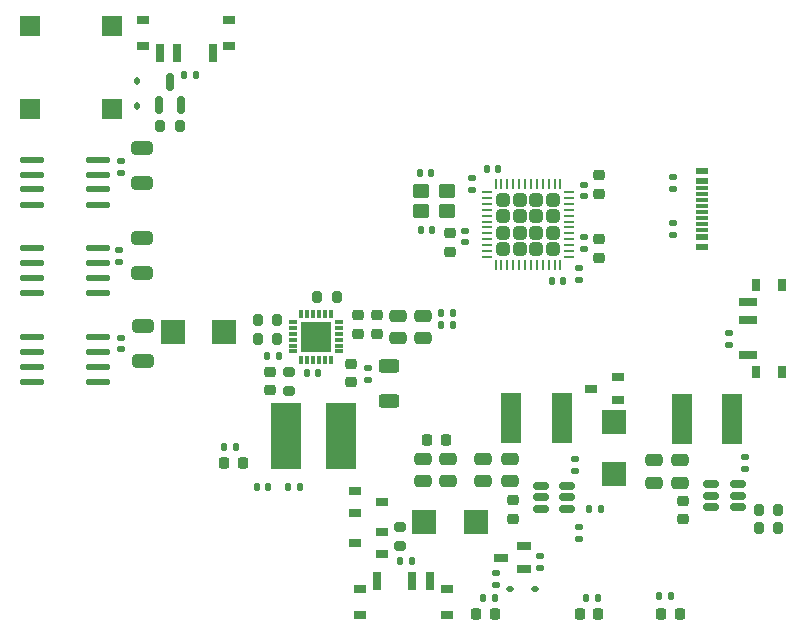
<source format=gbr>
%TF.GenerationSoftware,KiCad,Pcbnew,9.0.2*%
%TF.CreationDate,2025-12-02T02:07:46-05:00*%
%TF.ProjectId,VolleyBot,566f6c6c-6579-4426-9f74-2e6b69636164,rev?*%
%TF.SameCoordinates,Original*%
%TF.FileFunction,Paste,Top*%
%TF.FilePolarity,Positive*%
%FSLAX46Y46*%
G04 Gerber Fmt 4.6, Leading zero omitted, Abs format (unit mm)*
G04 Created by KiCad (PCBNEW 9.0.2) date 2025-12-02 02:07:46*
%MOMM*%
%LPD*%
G01*
G04 APERTURE LIST*
G04 Aperture macros list*
%AMRoundRect*
0 Rectangle with rounded corners*
0 $1 Rounding radius*
0 $2 $3 $4 $5 $6 $7 $8 $9 X,Y pos of 4 corners*
0 Add a 4 corners polygon primitive as box body*
4,1,4,$2,$3,$4,$5,$6,$7,$8,$9,$2,$3,0*
0 Add four circle primitives for the rounded corners*
1,1,$1+$1,$2,$3*
1,1,$1+$1,$4,$5*
1,1,$1+$1,$6,$7*
1,1,$1+$1,$8,$9*
0 Add four rect primitives between the rounded corners*
20,1,$1+$1,$2,$3,$4,$5,0*
20,1,$1+$1,$4,$5,$6,$7,0*
20,1,$1+$1,$6,$7,$8,$9,0*
20,1,$1+$1,$8,$9,$2,$3,0*%
G04 Aperture macros list end*
%ADD10RoundRect,0.200000X0.200000X0.275000X-0.200000X0.275000X-0.200000X-0.275000X0.200000X-0.275000X0*%
%ADD11RoundRect,0.250000X-0.650000X0.325000X-0.650000X-0.325000X0.650000X-0.325000X0.650000X0.325000X0*%
%ADD12O,2.050000X0.590000*%
%ADD13RoundRect,0.140000X-0.170000X0.140000X-0.170000X-0.140000X0.170000X-0.140000X0.170000X0.140000X0*%
%ADD14RoundRect,0.250000X-0.475000X0.250000X-0.475000X-0.250000X0.475000X-0.250000X0.475000X0.250000X0*%
%ADD15RoundRect,0.135000X-0.135000X-0.185000X0.135000X-0.185000X0.135000X0.185000X-0.135000X0.185000X0*%
%ADD16RoundRect,0.150000X-0.512500X-0.150000X0.512500X-0.150000X0.512500X0.150000X-0.512500X0.150000X0*%
%ADD17RoundRect,0.135000X0.135000X0.185000X-0.135000X0.185000X-0.135000X-0.185000X0.135000X-0.185000X0*%
%ADD18RoundRect,0.250000X0.475000X-0.250000X0.475000X0.250000X-0.475000X0.250000X-0.475000X-0.250000X0*%
%ADD19RoundRect,0.225000X0.250000X-0.225000X0.250000X0.225000X-0.250000X0.225000X-0.250000X-0.225000X0*%
%ADD20RoundRect,0.250000X-0.315000X-0.315000X0.315000X-0.315000X0.315000X0.315000X-0.315000X0.315000X0*%
%ADD21RoundRect,0.062500X-0.375000X-0.062500X0.375000X-0.062500X0.375000X0.062500X-0.375000X0.062500X0*%
%ADD22RoundRect,0.062500X-0.062500X-0.375000X0.062500X-0.375000X0.062500X0.375000X-0.062500X0.375000X0*%
%ADD23R,2.500000X5.700000*%
%ADD24RoundRect,0.200000X-0.200000X-0.275000X0.200000X-0.275000X0.200000X0.275000X-0.200000X0.275000X0*%
%ADD25R,1.800000X4.200000*%
%ADD26RoundRect,0.135000X-0.185000X0.135000X-0.185000X-0.135000X0.185000X-0.135000X0.185000X0.135000X0*%
%ADD27RoundRect,0.140000X0.170000X-0.140000X0.170000X0.140000X-0.170000X0.140000X-0.170000X-0.140000X0*%
%ADD28RoundRect,0.250000X-0.625000X0.312500X-0.625000X-0.312500X0.625000X-0.312500X0.625000X0.312500X0*%
%ADD29RoundRect,0.250000X0.450000X0.350000X-0.450000X0.350000X-0.450000X-0.350000X0.450000X-0.350000X0*%
%ADD30RoundRect,0.225000X-0.250000X0.225000X-0.250000X-0.225000X0.250000X-0.225000X0.250000X0.225000X0*%
%ADD31RoundRect,0.218750X0.218750X0.256250X-0.218750X0.256250X-0.218750X-0.256250X0.218750X-0.256250X0*%
%ADD32R,0.800000X1.000000*%
%ADD33R,1.500000X0.700000*%
%ADD34R,2.000000X2.000000*%
%ADD35RoundRect,0.135000X0.185000X-0.135000X0.185000X0.135000X-0.185000X0.135000X-0.185000X-0.135000X0*%
%ADD36R,1.250000X0.700000*%
%ADD37RoundRect,0.112500X-0.187500X-0.112500X0.187500X-0.112500X0.187500X0.112500X-0.187500X0.112500X0*%
%ADD38RoundRect,0.140000X-0.140000X-0.170000X0.140000X-0.170000X0.140000X0.170000X-0.140000X0.170000X0*%
%ADD39R,1.000000X0.800000*%
%ADD40RoundRect,0.140000X0.140000X0.170000X-0.140000X0.170000X-0.140000X-0.170000X0.140000X-0.170000X0*%
%ADD41RoundRect,0.200000X-0.275000X0.200000X-0.275000X-0.200000X0.275000X-0.200000X0.275000X0.200000X0*%
%ADD42RoundRect,0.150000X0.150000X-0.587500X0.150000X0.587500X-0.150000X0.587500X-0.150000X-0.587500X0*%
%ADD43RoundRect,0.200000X0.275000X-0.200000X0.275000X0.200000X-0.275000X0.200000X-0.275000X-0.200000X0*%
%ADD44RoundRect,0.218750X-0.256250X0.218750X-0.256250X-0.218750X0.256250X-0.218750X0.256250X0.218750X0*%
%ADD45R,0.700000X1.500000*%
%ADD46R,0.300000X0.700000*%
%ADD47R,0.700000X0.300000*%
%ADD48R,2.600000X2.600000*%
%ADD49RoundRect,0.218750X-0.218750X-0.256250X0.218750X-0.256250X0.218750X0.256250X-0.218750X0.256250X0*%
%ADD50RoundRect,0.112500X0.112500X-0.187500X0.112500X0.187500X-0.112500X0.187500X-0.112500X-0.187500X0*%
%ADD51R,1.100000X0.550000*%
%ADD52R,1.100000X0.300000*%
%ADD53R,1.800000X1.800000*%
G04 APERTURE END LIST*
D10*
%TO.C,R10*%
X152500000Y-108000000D03*
X150850000Y-108000000D03*
%TD*%
D11*
%TO.C,C36*%
X98600000Y-75850000D03*
X98600000Y-78800000D03*
%TD*%
%TO.C,C19*%
X98700000Y-90925000D03*
X98700000Y-93875000D03*
%TD*%
%TO.C,C16*%
X98600000Y-83450000D03*
X98600000Y-86400000D03*
%TD*%
D12*
%TO.C,U8*%
X94870000Y-95610000D03*
X94870000Y-94330000D03*
X94870000Y-93070000D03*
X94870000Y-91800000D03*
X89330000Y-91800000D03*
X89330000Y-93070000D03*
X89330000Y-94330000D03*
X89330000Y-95610000D03*
%TD*%
%TO.C,U3*%
X94870000Y-80610000D03*
X94870000Y-79330000D03*
X94870000Y-78070000D03*
X94870000Y-76800000D03*
X89330000Y-76800000D03*
X89330000Y-78070000D03*
X89330000Y-79330000D03*
X89330000Y-80610000D03*
%TD*%
%TO.C,U2*%
X94870000Y-88110000D03*
X94870000Y-86830000D03*
X94870000Y-85570000D03*
X94870000Y-84300000D03*
X89330000Y-84300000D03*
X89330000Y-85570000D03*
X89330000Y-86830000D03*
X89330000Y-88110000D03*
%TD*%
D13*
%TO.C,C37*%
X96800000Y-76940000D03*
X96800000Y-77900000D03*
%TD*%
D14*
%TO.C,C15*%
X127500000Y-102150000D03*
X127500000Y-104050000D03*
%TD*%
%TO.C,C25*%
X144200000Y-102250000D03*
X144200000Y-104150000D03*
%TD*%
D15*
%TO.C,R26*%
X109230000Y-93422500D03*
X110250000Y-93422500D03*
%TD*%
D16*
%TO.C,U4*%
X132362500Y-104450000D03*
X132362500Y-105400000D03*
X132362500Y-106350000D03*
X134637500Y-106350000D03*
X134637500Y-105400000D03*
X134637500Y-104450000D03*
%TD*%
D17*
%TO.C,R9*%
X137520000Y-106400000D03*
X136500000Y-106400000D03*
%TD*%
D18*
%TO.C,C30*%
X122400000Y-91947500D03*
X122400000Y-90047500D03*
%TD*%
D10*
%TO.C,R18*%
X115125000Y-88460000D03*
X113475000Y-88460000D03*
%TD*%
D14*
%TO.C,C14*%
X129750000Y-102150000D03*
X129750000Y-104050000D03*
%TD*%
D19*
%TO.C,C23*%
X144450000Y-107250000D03*
X144450000Y-105700000D03*
%TD*%
D20*
%TO.C,U1*%
X129200000Y-80200000D03*
X129200000Y-81600000D03*
X129200000Y-83000000D03*
X129200000Y-84400000D03*
X130600000Y-80200000D03*
X130600000Y-81600000D03*
X130600000Y-83000000D03*
X130600000Y-84400000D03*
X132000000Y-80200000D03*
X132000000Y-81600000D03*
X132000000Y-83000000D03*
X132000000Y-84400000D03*
X133400000Y-80200000D03*
X133400000Y-81600000D03*
X133400000Y-83000000D03*
X133400000Y-84400000D03*
D21*
X127862500Y-79550000D03*
X127862500Y-80050000D03*
X127862500Y-80550000D03*
X127862500Y-81050000D03*
X127862500Y-81550000D03*
X127862500Y-82050000D03*
X127862500Y-82550000D03*
X127862500Y-83050000D03*
X127862500Y-83550000D03*
X127862500Y-84050000D03*
X127862500Y-84550000D03*
X127862500Y-85050000D03*
D22*
X128550000Y-85737500D03*
X129050000Y-85737500D03*
X129550000Y-85737500D03*
X130050000Y-85737500D03*
X130550000Y-85737500D03*
X131050000Y-85737500D03*
X131550000Y-85737500D03*
X132050000Y-85737500D03*
X132550000Y-85737500D03*
X133050000Y-85737500D03*
X133550000Y-85737500D03*
X134050000Y-85737500D03*
D21*
X134737500Y-85050000D03*
X134737500Y-84550000D03*
X134737500Y-84050000D03*
X134737500Y-83550000D03*
X134737500Y-83050000D03*
X134737500Y-82550000D03*
X134737500Y-82050000D03*
X134737500Y-81550000D03*
X134737500Y-81050000D03*
X134737500Y-80550000D03*
X134737500Y-80050000D03*
X134737500Y-79550000D03*
D22*
X134050000Y-78862500D03*
X133550000Y-78862500D03*
X133050000Y-78862500D03*
X132550000Y-78862500D03*
X132050000Y-78862500D03*
X131550000Y-78862500D03*
X131050000Y-78862500D03*
X130550000Y-78862500D03*
X130050000Y-78862500D03*
X129550000Y-78862500D03*
X129050000Y-78862500D03*
X128550000Y-78862500D03*
%TD*%
D23*
%TO.C,L4*%
X110800000Y-100210000D03*
X115500000Y-100190000D03*
%TD*%
D24*
%TO.C,R16*%
X108400000Y-92022500D03*
X110050000Y-92022500D03*
%TD*%
D25*
%TO.C,L1*%
X134150000Y-98650000D03*
X129850000Y-98650000D03*
%TD*%
D14*
%TO.C,C7*%
X122450000Y-102150000D03*
X122450000Y-104050000D03*
%TD*%
D13*
%TO.C,C2*%
X135600000Y-86000000D03*
X135600000Y-86960000D03*
%TD*%
D14*
%TO.C,C26*%
X141950000Y-102250000D03*
X141950000Y-104150000D03*
%TD*%
D26*
%TO.C,R14*%
X117750000Y-94427500D03*
X117750000Y-95447500D03*
%TD*%
D13*
%TO.C,C4*%
X136000000Y-78940000D03*
X136000000Y-79900000D03*
%TD*%
D19*
%TO.C,C12*%
X130000000Y-107200000D03*
X130000000Y-105650000D03*
%TD*%
D27*
%TO.C,C5*%
X126000000Y-83790000D03*
X126000000Y-82830000D03*
%TD*%
D28*
%TO.C,R19*%
X119550000Y-94300000D03*
X119550000Y-97225000D03*
%TD*%
D29*
%TO.C,Y1*%
X124400000Y-79472000D03*
X122200000Y-79472000D03*
X122200000Y-81172000D03*
X124400000Y-81172000D03*
%TD*%
D27*
%TO.C,C22*%
X126598586Y-79350000D03*
X126598586Y-78390000D03*
%TD*%
D30*
%TO.C,C33*%
X109475000Y-94800000D03*
X109475000Y-96350000D03*
%TD*%
D31*
%TO.C,D2*%
X137252500Y-115240000D03*
X135677500Y-115240000D03*
%TD*%
D32*
%TO.C,SW2*%
X150600000Y-94750000D03*
X152810000Y-94750000D03*
X150600000Y-87450000D03*
X152810000Y-87450000D03*
D33*
X149950000Y-93350000D03*
X149950000Y-90350000D03*
X149950000Y-88850000D03*
%TD*%
D14*
%TO.C,C8*%
X124550000Y-102150000D03*
X124550000Y-104050000D03*
%TD*%
D34*
%TO.C,D1*%
X138550000Y-99025000D03*
X138550000Y-103425000D03*
%TD*%
D27*
%TO.C,C24*%
X149700000Y-102960000D03*
X149700000Y-102000000D03*
%TD*%
D35*
%TO.C,R8*%
X135575000Y-108925000D03*
X135575000Y-107905000D03*
%TD*%
D36*
%TO.C,Q3*%
X131000000Y-111450000D03*
X131000000Y-109550000D03*
X129000000Y-110500000D03*
%TD*%
D34*
%TO.C,D12*%
X126900000Y-107450000D03*
X122500000Y-107450000D03*
%TD*%
D37*
%TO.C,D8*%
X129800000Y-113200000D03*
X131900000Y-113200000D03*
%TD*%
D15*
%TO.C,R5*%
X123905000Y-90825000D03*
X124925000Y-90825000D03*
%TD*%
D35*
%TO.C,R2*%
X143600000Y-79300000D03*
X143600000Y-78280000D03*
%TD*%
D38*
%TO.C,C11*%
X133340000Y-87100000D03*
X134300000Y-87100000D03*
%TD*%
D39*
%TO.C,Q1*%
X138950000Y-97150000D03*
X138950000Y-95250000D03*
X136650000Y-96200000D03*
%TD*%
D38*
%TO.C,C10*%
X122240000Y-82800000D03*
X123200000Y-82800000D03*
%TD*%
%TO.C,C3*%
X127828798Y-77606497D03*
X128788798Y-77606497D03*
%TD*%
D18*
%TO.C,C29*%
X120300000Y-91947500D03*
X120300000Y-90047500D03*
%TD*%
D40*
%TO.C,C35*%
X111980000Y-104500000D03*
X111020000Y-104500000D03*
%TD*%
D17*
%TO.C,R6*%
X124925000Y-89775000D03*
X123905000Y-89775000D03*
%TD*%
D15*
%TO.C,R13*%
X142377500Y-113751000D03*
X143397500Y-113751000D03*
%TD*%
D17*
%TO.C,R27*%
X137227500Y-113890000D03*
X136207500Y-113890000D03*
%TD*%
D41*
%TO.C,R7*%
X111075000Y-94750000D03*
X111075000Y-96400000D03*
%TD*%
D17*
%TO.C,R15*%
X128520000Y-113900000D03*
X127500000Y-113900000D03*
%TD*%
D15*
%TO.C,R1*%
X102190000Y-69625000D03*
X103210000Y-69625000D03*
%TD*%
D13*
%TO.C,C18*%
X96800000Y-91900000D03*
X96800000Y-92860000D03*
%TD*%
D42*
%TO.C,Q4*%
X100025000Y-72150000D03*
X101925000Y-72150000D03*
X100975000Y-70275000D03*
%TD*%
D43*
%TO.C,R25*%
X120500000Y-109525000D03*
X120500000Y-107875000D03*
%TD*%
D38*
%TO.C,C34*%
X108340000Y-104500000D03*
X109300000Y-104500000D03*
%TD*%
D44*
%TO.C,D3*%
X137300000Y-83537500D03*
X137300000Y-85112500D03*
%TD*%
D31*
%TO.C,FB1*%
X124337500Y-100550000D03*
X122762500Y-100550000D03*
%TD*%
D40*
%TO.C,C9*%
X123080000Y-77972000D03*
X122120000Y-77972000D03*
%TD*%
D31*
%TO.C,D4*%
X144175000Y-115251000D03*
X142600000Y-115251000D03*
%TD*%
D24*
%TO.C,R17*%
X108400000Y-90422500D03*
X110050000Y-90422500D03*
%TD*%
D39*
%TO.C,SW3*%
X117100000Y-113150000D03*
X117100000Y-115360000D03*
X124400000Y-113150000D03*
X124400000Y-115360000D03*
D45*
X118500000Y-112500000D03*
X121500000Y-112500000D03*
X123000000Y-112500000D03*
%TD*%
D17*
%TO.C,R21*%
X121510000Y-110800000D03*
X120490000Y-110800000D03*
%TD*%
D34*
%TO.C,D10*%
X101200000Y-91400000D03*
X105600000Y-91400000D03*
%TD*%
D24*
%TO.C,R22*%
X100150000Y-73975000D03*
X101800000Y-73975000D03*
%TD*%
D46*
%TO.C,U7*%
X114600000Y-89860000D03*
X114100000Y-89860000D03*
X113600000Y-89860000D03*
X113100000Y-89860000D03*
X112600000Y-89860000D03*
X112100000Y-89860000D03*
D47*
X111400000Y-90550000D03*
X111400000Y-91050000D03*
X111400000Y-91550000D03*
X111400000Y-92050000D03*
X111400000Y-92550000D03*
X111400000Y-93050000D03*
D46*
X112100000Y-93740000D03*
X112600000Y-93740000D03*
X113100000Y-93740000D03*
X113600000Y-93740000D03*
X114100000Y-93740000D03*
X114600000Y-93740000D03*
D47*
X115300000Y-93050000D03*
X115300000Y-92550000D03*
X115300000Y-92050000D03*
X115300000Y-91550000D03*
X115300000Y-91050000D03*
X115300000Y-90550000D03*
D48*
X113350000Y-91800000D03*
%TD*%
D17*
%TO.C,R28*%
X106575000Y-101100000D03*
X105555000Y-101100000D03*
%TD*%
D31*
%TO.C,D6*%
X107175000Y-102500000D03*
X105600000Y-102500000D03*
%TD*%
D19*
%TO.C,C28*%
X118500000Y-91547500D03*
X118500000Y-89997500D03*
%TD*%
D49*
%TO.C,D5*%
X126925000Y-115300000D03*
X128500000Y-115300000D03*
%TD*%
D25*
%TO.C,L2*%
X148600000Y-98750000D03*
X144300000Y-98750000D03*
%TD*%
D35*
%TO.C,R12*%
X136000000Y-84345000D03*
X136000000Y-83325000D03*
%TD*%
D16*
%TO.C,U5*%
X146812500Y-104300000D03*
X146812500Y-105250000D03*
X146812500Y-106200000D03*
X149087500Y-106200000D03*
X149087500Y-105250000D03*
X149087500Y-104300000D03*
%TD*%
D39*
%TO.C,Q5*%
X118948586Y-110200000D03*
X118948586Y-108300000D03*
X116648586Y-109250000D03*
%TD*%
D50*
%TO.C,D7*%
X98175000Y-72262500D03*
X98175000Y-70162500D03*
%TD*%
D30*
%TO.C,C1*%
X137300000Y-78150000D03*
X137300000Y-79700000D03*
%TD*%
D19*
%TO.C,C32*%
X116350000Y-95622500D03*
X116350000Y-94072500D03*
%TD*%
D51*
%TO.C,USB2*%
X146000000Y-84200000D03*
X146000000Y-83400000D03*
D52*
X146000000Y-82750000D03*
X146000000Y-82250000D03*
X146000000Y-81750000D03*
X146000000Y-81250000D03*
X146000000Y-80750000D03*
X146000000Y-80250000D03*
X146000000Y-79750000D03*
X146000000Y-79250000D03*
D51*
X146000000Y-78600000D03*
X146000000Y-77800000D03*
%TD*%
D27*
%TO.C,C13*%
X135250000Y-103130000D03*
X135250000Y-102170000D03*
%TD*%
D26*
%TO.C,R3*%
X143600000Y-82200000D03*
X143600000Y-83220000D03*
%TD*%
D39*
%TO.C,Q2*%
X116650000Y-104850000D03*
X116650000Y-106750000D03*
X118950000Y-105800000D03*
%TD*%
D26*
%TO.C,R4*%
X148300000Y-91490000D03*
X148300000Y-92510000D03*
%TD*%
D13*
%TO.C,C17*%
X96700000Y-84500000D03*
X96700000Y-85460000D03*
%TD*%
D19*
%TO.C,C6*%
X124700000Y-84610000D03*
X124700000Y-83060000D03*
%TD*%
%TO.C,C27*%
X116900000Y-91547500D03*
X116900000Y-89997500D03*
%TD*%
D35*
%TO.C,R23*%
X132350000Y-111410000D03*
X132350000Y-110390000D03*
%TD*%
D53*
%TO.C,BUZZER1*%
X96100000Y-72500000D03*
X96100000Y-65520000D03*
X89120000Y-65520000D03*
X89120000Y-72500000D03*
%TD*%
D39*
%TO.C,SW1*%
X106000000Y-67160000D03*
X106000000Y-64950000D03*
X98700000Y-67160000D03*
X98700000Y-64950000D03*
D45*
X104600000Y-67810000D03*
X101600000Y-67810000D03*
X100100000Y-67810000D03*
%TD*%
D10*
%TO.C,R11*%
X152500000Y-106500000D03*
X150850000Y-106500000D03*
%TD*%
D38*
%TO.C,C31*%
X112590000Y-94900000D03*
X113550000Y-94900000D03*
%TD*%
D26*
%TO.C,R24*%
X128550000Y-111800000D03*
X128550000Y-112820000D03*
%TD*%
M02*

</source>
